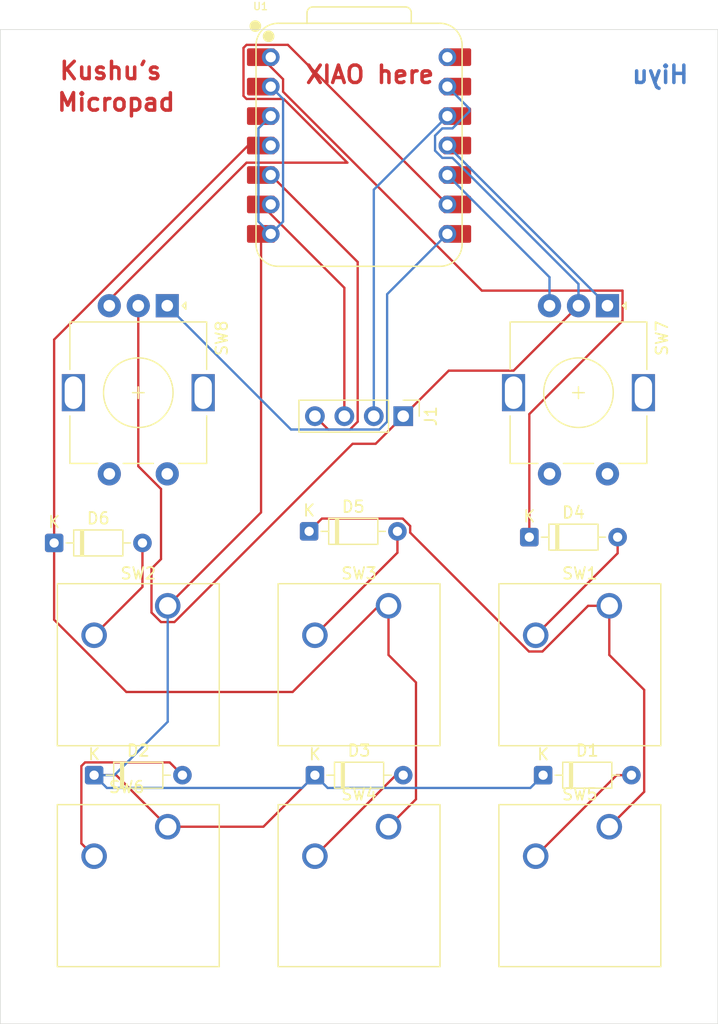
<source format=kicad_pcb>
(kicad_pcb (version 20241229) (generator "pcbnew") (generator_version "9.0")
  (layers (0 "F.Cu" signal) (2 "B.Cu" signal) (13 "F.Paste" user) (15 "B.Paste" user) (5 "F.SilkS" user "F.Silkscreen") (7 "B.SilkS" user "B.Silkscreen") (1 "F.Mask" user) (3 "B.Mask" user) (25 "Edge.Cuts" user))
  (net 0 "")
  (net 1 "Net-(D1-K)")
  (net 2 "Net-(D1-A)")
  (net 3 "Net-(D2-A)")
  (net 4 "Net-(D3-A)")
  (net 5 "Net-(D4-K)")
  (net 6 "Net-(D4-A)")
  (net 7 "Net-(D5-A)")
  (net 8 "Net-(D5-K)")
  (net 9 "Net-(D6-K)")
  (net 10 "Net-(D6-A)")
  (net 12 "Net-(U1-GPIO4{slash}MISO)")
  (net 14 "Net-(U1-GPIO3{slash}MOSI)")
  (net 16 "Net-(U1-GPIO1{slash}RX)")
  (net 17 "Net-(U1-GPIO2{slash}SCK)")
  (net 20 "Net-(J1-Pin_2)")
  (net 21 "Net-(J1-Pin_3)")
  (net 22 "Net-(J1-Pin_1)")
  (net 23 "Net-(J1-Pin_4)")
  (footprint "Button_Switch_Keyboard:SW_Cherry_MX_1.00u_PCB" (layer "F.Cu") (at 152.55875 83.02625)
    (property "Reference" "SW1" (at -2.54 -2.794 0) (layer "F.SilkS"))
    (property "Value" "SW_Push")
    (fp_line (start -9.525 -1.905) (end 4.445 -1.905) (stroke (width 0.12)) (layer "F.SilkS"))
    (fp_line (start -9.525 12.065) (end -9.525 -1.905) (stroke (width 0.12)) (layer "F.SilkS"))
    (fp_line (start 4.445 -1.905) (end 4.445 12.065) (stroke (width 0.12)) (layer "F.SilkS"))
    (fp_line (start 4.445 12.065) (end -9.525 12.065) (stroke (width 0.12)) (layer "F.SilkS"))
    (pad "" np_thru_hole circle (at -7.62 5.08) (size 1.7 1.7) (drill 1.7) (layers "*.Cu" "*.Mask"))
    (pad "" np_thru_hole circle (at -2.54 5.08) (size 4 4) (drill 4) (layers "*.Cu" "*.Mask"))
    (pad "" np_thru_hole circle (at 2.54 5.08) (size 1.7 1.7) (drill 1.7) (layers "*.Cu" "*.Mask"))
    (pad "1" thru_hole circle (at 0 0) (size 2.2 2.2) (drill 1.5) (layers "*.Cu" "*.Mask") (net 8 "Net-(D5-K)"))
    (pad "2" thru_hole circle (at -6.35 2.54) (size 2.2 2.2) (drill 1.5) (layers "*.Cu" "*.Mask") (net 6 "Net-(D4-A)"))
  )
  (footprint "Diode_THT:D_DO-35_SOD27_P7.62mm_Horizontal" (layer "F.Cu") (at 146.84875 97.63125)
    (property "Reference" "D1" (at 3.81 -2.12 0) (layer "F.SilkS"))
    (property "Value" "D_Small")
    (fp_line (start 1.04 0) (end 1.69 0) (stroke (width 0.12)) (layer "F.SilkS"))
    (fp_line (start 2.29 -1.12) (end 2.29 1.12) (stroke (width 0.12)) (layer "F.SilkS"))
    (fp_line (start 2.41 -1.12) (end 2.41 1.12) (stroke (width 0.12)) (layer "F.SilkS"))
    (fp_line (start 2.53 -1.12) (end 2.53 1.12) (stroke (width 0.12)) (layer "F.SilkS"))
    (fp_line (start 6.58 0) (end 5.93 0) (stroke (width 0.12)) (layer "F.SilkS"))
    (fp_rect (start 1.69 -1.12) (end 5.93 1.12) (stroke (width 0.12)) (fill no) (layer "F.SilkS"))
    (fp_text user "K" (at 0 -1.8 0) (layer "F.SilkS"))
    (pad "1" thru_hole roundrect (at 0 0) (size 1.6 1.6) (drill 0.8) (layers "*.Cu" "*.Mask") (roundrect_rratio 0.15625) (net 1 "Net-(D1-K)"))
    (pad "2" thru_hole circle (at 7.62 0) (size 1.6 1.6) (drill 0.8) (layers "*.Cu" "*.Mask") (net 2 "Net-(D1-A)"))
  )
  (footprint "Rotary_Encoder:RotaryEncoder_Alps_EC11E-Switch_Vertical_H20mm" (layer "F.Cu") (at 152.4 57.15 -90)
    (property "Reference" "SW7" (at 2.8 -4.7 90) (layer "F.SilkS"))
    (property "Value" "RotaryEncoder_Switch")
    (fp_line (start 5.5 8.4) (end 1.4 8.4) (stroke (width 0.12)) (layer "F.SilkS"))
    (fp_line (start 13.6 8.4) (end 9.5 8.4) (stroke (width 0.12)) (layer "F.SilkS"))
    (fp_line (start 13.6 6) (end 13.6 8.4) (stroke (width 0.12)) (layer "F.SilkS"))
    (fp_line (start 7 2.5) (end 8 2.5) (stroke (width 0.12)) (layer "F.SilkS"))
    (fp_line (start 7.5 2) (end 7.5 3) (stroke (width 0.12)) (layer "F.SilkS"))
    (fp_line (start 13.6 1.2) (end 13.6 3.8) (stroke (width 0.12)) (layer "F.SilkS"))
    (fp_line (start 0 -1.3) (end -0.3 -1.6) (stroke (width 0.12)) (layer "F.SilkS"))
    (fp_line (start -0.3 -1.6) (end 0.3 -1.6) (stroke (width 0.12)) (layer "F.SilkS"))
    (fp_line (start 0.3 -1.6) (end 0 -1.3) (stroke (width 0.12)) (layer "F.SilkS"))
    (fp_line (start 1.4 -3.4) (end 1.4 8.4) (stroke (width 0.12)) (layer "F.SilkS"))
    (fp_line (start 5.5 -3.4) (end 1.4 -3.4) (stroke (width 0.12)) (layer "F.SilkS"))
    (fp_line (start 9.5 -3.4) (end 13.6 -3.4) (stroke (width 0.12)) (layer "F.SilkS"))
    (fp_line (start 13.6 -3.4) (end 13.6 -1) (stroke (width 0.12)) (layer "F.SilkS"))
    (fp_circle (center 7.5 2.5) (end 10.5 2.5) (stroke (width 0.12)) (fill no) (layer "F.SilkS"))
    (pad "A" thru_hole rect (at 0 0 270) (size 2 2) (drill 1) (layers "*.Cu" "*.Mask") (net 14 "Net-(U1-GPIO3{slash}MOSI)"))
    (pad "B" thru_hole circle (at 0 5 270) (size 2 2) (drill 1) (layers "*.Cu" "*.Mask") (net 12 "Net-(U1-GPIO4{slash}MISO)"))
    (pad "C" thru_hole circle (at 0 2.5 270) (size 2 2) (drill 1) (layers "*.Cu" "*.Mask") (net 22 "Net-(J1-Pin_1)"))
    (pad "MP" thru_hole rect (at 7.5 -3.1 270) (size 3.2 2) (drill oval 2.8 1.5) (layers "*.Cu" "*.Mask"))
    (pad "MP" thru_hole rect (at 7.5 8.1 270) (size 3.2 2) (drill oval 2.8 1.5) (layers "*.Cu" "*.Mask"))
    (pad "S1" thru_hole circle (at 14.5 5 270) (size 2 2) (drill 1) (layers "*.Cu" "*.Mask"))
    (pad "S2" thru_hole circle (at 14.5 0 270) (size 2 2) (drill 1) (layers "*.Cu" "*.Mask"))
  )
  (footprint "Button_Switch_Keyboard:SW_Cherry_MX_1.00u_PCB" (layer "F.Cu") (at 133.50875 102.07625)
    (property "Reference" "SW4" (at -2.54 -2.794 0) (layer "F.SilkS"))
    (property "Value" "SW_Push")
    (fp_line (start -9.525 -1.905) (end 4.445 -1.905) (stroke (width 0.12)) (layer "F.SilkS"))
    (fp_line (start -9.525 12.065) (end -9.525 -1.905) (stroke (width 0.12)) (layer "F.SilkS"))
    (fp_line (start 4.445 -1.905) (end 4.445 12.065) (stroke (width 0.12)) (layer "F.SilkS"))
    (fp_line (start 4.445 12.065) (end -9.525 12.065) (stroke (width 0.12)) (layer "F.SilkS"))
    (pad "" np_thru_hole circle (at -7.62 5.08) (size 1.7 1.7) (drill 1.7) (layers "*.Cu" "*.Mask"))
    (pad "" np_thru_hole circle (at -2.54 5.08) (size 4 4) (drill 4) (layers "*.Cu" "*.Mask"))
    (pad "" np_thru_hole circle (at 2.54 5.08) (size 1.7 1.7) (drill 1.7) (layers "*.Cu" "*.Mask"))
    (pad "1" thru_hole circle (at 0 0) (size 2.2 2.2) (drill 1.5) (layers "*.Cu" "*.Mask") (net 9 "Net-(D6-K)"))
    (pad "2" thru_hole circle (at -6.35 2.54) (size 2.2 2.2) (drill 1.5) (layers "*.Cu" "*.Mask") (net 4 "Net-(D3-A)"))
  )
  (footprint "Diode_THT:D_DO-35_SOD27_P7.62mm_Horizontal" (layer "F.Cu") (at 127.15875 97.63125)
    (property "Reference" "D3" (at 3.81 -2.12 0) (layer "F.SilkS"))
    (property "Value" "D_Small")
    (fp_line (start 1.04 0) (end 1.69 0) (stroke (width 0.12)) (layer "F.SilkS"))
    (fp_line (start 2.29 -1.12) (end 2.29 1.12) (stroke (width 0.12)) (layer "F.SilkS"))
    (fp_line (start 2.41 -1.12) (end 2.41 1.12) (stroke (width 0.12)) (layer "F.SilkS"))
    (fp_line (start 2.53 -1.12) (end 2.53 1.12) (stroke (width 0.12)) (layer "F.SilkS"))
    (fp_line (start 6.58 0) (end 5.93 0) (stroke (width 0.12)) (layer "F.SilkS"))
    (fp_rect (start 1.69 -1.12) (end 5.93 1.12) (stroke (width 0.12)) (fill no) (layer "F.SilkS"))
    (fp_text user "K" (at 0 -1.8 0) (layer "F.SilkS"))
    (pad "1" thru_hole roundrect (at 0 0) (size 1.6 1.6) (drill 0.8) (layers "*.Cu" "*.Mask") (roundrect_rratio 0.15625) (net 1 "Net-(D1-K)"))
    (pad "2" thru_hole circle (at 7.62 0) (size 1.6 1.6) (drill 0.8) (layers "*.Cu" "*.Mask") (net 4 "Net-(D3-A)"))
  )
  (footprint "Connector_PinHeader_2.54mm:PinHeader_1x04_P2.54mm_Vertical" (layer "F.Cu") (at 134.77875 66.675 -90)
    (property "Reference" "J1" (at 0 -2.38 90) (layer "F.SilkS"))
    (property "Value" "Conn_01x04")
    (fp_line (start -1.38 9) (end 1.38 9) (stroke (width 0.12)) (layer "F.SilkS"))
    (fp_line (start -1.38 1.27) (end -1.38 9) (stroke (width 0.12)) (layer "F.SilkS"))
    (fp_line (start -1.38 1.27) (end 1.38 1.27) (stroke (width 0.12)) (layer "F.SilkS"))
    (fp_line (start 1.38 1.27) (end 1.38 9) (stroke (width 0.12)) (layer "F.SilkS"))
    (fp_line (start -1.38 0) (end -1.38 -1.38) (stroke (width 0.12)) (layer "F.SilkS"))
    (fp_line (start -1.38 -1.38) (end 0 -1.38) (stroke (width 0.12)) (layer "F.SilkS"))
    (pad "1" thru_hole rect (at 0 0 270) (size 1.7 1.7) (drill 1) (layers "*.Cu" "*.Mask") (net 22 "Net-(J1-Pin_1)"))
    (pad "2" thru_hole circle (at 0 2.54 270) (size 1.7 1.7) (drill 1) (layers "*.Cu" "*.Mask") (net 20 "Net-(J1-Pin_2)"))
    (pad "3" thru_hole circle (at 0 5.08 270) (size 1.7 1.7) (drill 1) (layers "*.Cu" "*.Mask") (net 21 "Net-(J1-Pin_3)"))
    (pad "4" thru_hole circle (at 0 7.62 270) (size 1.7 1.7) (drill 1) (layers "*.Cu" "*.Mask") (net 23 "Net-(J1-Pin_4)"))
  )
  (footprint "Diode_THT:D_DO-35_SOD27_P7.62mm_Horizontal" (layer "F.Cu") (at 104.65875 77.60625)
    (property "Reference" "D6" (at 3.81 -2.12 0) (layer "F.SilkS"))
    (property "Value" "D_Small")
    (fp_line (start 1.04 0) (end 1.69 0) (stroke (width 0.12)) (layer "F.SilkS"))
    (fp_line (start 2.29 -1.12) (end 2.29 1.12) (stroke (width 0.12)) (layer "F.SilkS"))
    (fp_line (start 2.41 -1.12) (end 2.41 1.12) (stroke (width 0.12)) (layer "F.SilkS"))
    (fp_line (start 2.53 -1.12) (end 2.53 1.12) (stroke (width 0.12)) (layer "F.SilkS"))
    (fp_line (start 6.58 0) (end 5.93 0) (stroke (width 0.12)) (layer "F.SilkS"))
    (fp_rect (start 1.69 -1.12) (end 5.93 1.12) (stroke (width 0.12)) (fill no) (layer "F.SilkS"))
    (fp_text user "K" (at 0 -1.8 0) (layer "F.SilkS"))
    (pad "1" thru_hole roundrect (at 0 0) (size 1.6 1.6) (drill 0.8) (layers "*.Cu" "*.Mask") (roundrect_rratio 0.15625) (net 9 "Net-(D6-K)"))
    (pad "2" thru_hole circle (at 7.62 0) (size 1.6 1.6) (drill 0.8) (layers "*.Cu" "*.Mask") (net 10 "Net-(D6-A)"))
  )
  (footprint "Rotary_Encoder:RotaryEncoder_Alps_EC11E-Switch_Vertical_H20mm" (layer "F.Cu") (at 114.41875 57.15 -90)
    (property "Reference" "SW8" (at 2.8 -4.7 90) (layer "F.SilkS"))
    (property "Value" "RotaryEncoder_Switch")
    (fp_line (start 5.5 8.4) (end 1.4 8.4) (stroke (width 0.12)) (layer "F.SilkS"))
    (fp_line (start 13.6 8.4) (end 9.5 8.4) (stroke (width 0.12)) (layer "F.SilkS"))
    (fp_line (start 13.6 6) (end 13.6 8.4) (stroke (width 0.12)) (layer "F.SilkS"))
    (fp_line (start 7 2.5) (end 8 2.5) (stroke (width 0.12)) (layer "F.SilkS"))
    (fp_line (start 7.5 2) (end 7.5 3) (stroke (width 0.12)) (layer "F.SilkS"))
    (fp_line (start 13.6 1.2) (end 13.6 3.8) (stroke (width 0.12)) (layer "F.SilkS"))
    (fp_line (start 0 -1.3) (end -0.3 -1.6) (stroke (width 0.12)) (layer "F.SilkS"))
    (fp_line (start -0.3 -1.6) (end 0.3 -1.6) (stroke (width 0.12)) (layer "F.SilkS"))
    (fp_line (start 0.3 -1.6) (end 0 -1.3) (stroke (width 0.12)) (layer "F.SilkS"))
    (fp_line (start 1.4 -3.4) (end 1.4 8.4) (stroke (width 0.12)) (layer "F.SilkS"))
    (fp_line (start 5.5 -3.4) (end 1.4 -3.4) (stroke (width 0.12)) (layer "F.SilkS"))
    (fp_line (start 9.5 -3.4) (end 13.6 -3.4) (stroke (width 0.12)) (layer "F.SilkS"))
    (fp_line (start 13.6 -3.4) (end 13.6 -1) (stroke (width 0.12)) (layer "F.SilkS"))
    (fp_circle (center 7.5 2.5) (end 10.5 2.5) (stroke (width 0.12)) (fill no) (layer "F.SilkS"))
    (pad "A" thru_hole rect (at 0 0 270) (size 2 2) (drill 1) (layers "*.Cu" "*.Mask") (net 16 "Net-(U1-GPIO1{slash}RX)"))
    (pad "B" thru_hole circle (at 0 5 270) (size 2 2) (drill 1) (layers "*.Cu" "*.Mask") (net 17 "Net-(U1-GPIO2{slash}SCK)"))
    (pad "C" thru_hole circle (at 0 2.5 270) (size 2 2) (drill 1) (layers "*.Cu" "*.Mask") (net 22 "Net-(J1-Pin_1)"))
    (pad "MP" thru_hole rect (at 7.5 -3.1 270) (size 3.2 2) (drill oval 2.8 1.5) (layers "*.Cu" "*.Mask"))
    (pad "MP" thru_hole rect (at 7.5 8.1 270) (size 3.2 2) (drill oval 2.8 1.5) (layers "*.Cu" "*.Mask"))
    (pad "S1" thru_hole circle (at 14.5 5 270) (size 2 2) (drill 1) (layers "*.Cu" "*.Mask"))
    (pad "S2" thru_hole circle (at 14.5 0 270) (size 2 2) (drill 1) (layers "*.Cu" "*.Mask"))
  )
  (footprint "Diode_THT:D_DO-35_SOD27_P7.62mm_Horizontal" (layer "F.Cu") (at 108.10875 97.63125)
    (property "Reference" "D2" (at 3.81 -2.12 0) (layer "F.SilkS"))
    (property "Value" "D_Small")
    (fp_line (start 1.04 0) (end 1.69 0) (stroke (width 0.12)) (layer "F.SilkS"))
    (fp_line (start 2.29 -1.12) (end 2.29 1.12) (stroke (width 0.12)) (layer "F.SilkS"))
    (fp_line (start 2.41 -1.12) (end 2.41 1.12) (stroke (width 0.12)) (layer "F.SilkS"))
    (fp_line (start 2.53 -1.12) (end 2.53 1.12) (stroke (width 0.12)) (layer "F.SilkS"))
    (fp_line (start 6.58 0) (end 5.93 0) (stroke (width 0.12)) (layer "F.SilkS"))
    (fp_rect (start 1.69 -1.12) (end 5.93 1.12) (stroke (width 0.12)) (fill no) (layer "F.SilkS"))
    (fp_text user "K" (at 0 -1.8 0) (layer "F.SilkS"))
    (pad "1" thru_hole roundrect (at 0 0) (size 1.6 1.6) (drill 0.8) (layers "*.Cu" "*.Mask") (roundrect_rratio 0.15625) (net 1 "Net-(D1-K)"))
    (pad "2" thru_hole circle (at 7.62 0) (size 1.6 1.6) (drill 0.8) (layers "*.Cu" "*.Mask") (net 3 "Net-(D2-A)"))
  )
  (footprint "Diode_THT:D_DO-35_SOD27_P7.62mm_Horizontal" (layer "F.Cu") (at 126.65875 76.60625)
    (property "Reference" "D5" (at 3.81 -2.12 0) (layer "F.SilkS"))
    (property "Value" "D_Small")
    (fp_line (start 1.04 0) (end 1.69 0) (stroke (width 0.12)) (layer "F.SilkS"))
    (fp_line (start 2.29 -1.12) (end 2.29 1.12) (stroke (width 0.12)) (layer "F.SilkS"))
    (fp_line (start 2.41 -1.12) (end 2.41 1.12) (stroke (width 0.12)) (layer "F.SilkS"))
    (fp_line (start 2.53 -1.12) (end 2.53 1.12) (stroke (width 0.12)) (layer "F.SilkS"))
    (fp_line (start 6.58 0) (end 5.93 0) (stroke (width 0.12)) (layer "F.SilkS"))
    (fp_rect (start 1.69 -1.12) (end 5.93 1.12) (stroke (width 0.12)) (fill no) (layer "F.SilkS"))
    (fp_text user "K" (at 0 -1.8 0) (layer "F.SilkS"))
    (pad "1" thru_hole roundrect (at 0 0) (size 1.6 1.6) (drill 0.8) (layers "*.Cu" "*.Mask") (roundrect_rratio 0.15625) (net 8 "Net-(D5-K)"))
    (pad "2" thru_hole circle (at 7.62 0) (size 1.6 1.6) (drill 0.8) (layers "*.Cu" "*.Mask") (net 7 "Net-(D5-A)"))
  )
  (footprint "Seeed Studio XIAO Series Library:XIAO-RP2040-DIP" (layer "F.Cu") (at 130.96875 43.33875)
    (property "Reference" "U1" (at -8.5 -12 0) (layer "F.SilkS") (effects (font (size 0.635 0.635) (thickness 0.1016))))
    (property "Value" "XIAO-RP2040-DIP")
    (fp_line (start -8.89 8.509) (end -8.89 -8.636) (stroke (width 0.127)) (layer "F.SilkS"))
    (fp_line (start -6.985 10.414) (end 6.985 10.414) (stroke (width 0.127)) (layer "F.SilkS"))
    (fp_line (start -4.495 -10.541) (end -4.491272 -11.451272) (stroke (width 0.127)) (layer "F.SilkS"))
    (fp_line (start -3.991272 -11.951) (end 4.004 -11.951) (stroke (width 0.127)) (layer "F.SilkS"))
    (fp_line (start 4.504 -11.451) (end 4.504 -10.541) (stroke (width 0.127)) (layer "F.SilkS"))
    (fp_line (start 6.985 -10.541) (end -6.985 -10.541) (stroke (width 0.1)) (layer "F.SilkS"))
    (fp_line (start 6.985 -10.541) (end -6.985 -10.541) (stroke (width 0.127)) (layer "F.SilkS"))
    (fp_line (start 8.89 8.509) (end 8.89 -8.636) (stroke (width 0.127)) (layer "F.SilkS"))
    (fp_arc (start -8.89 -8.636) (mid -8.332038 -9.983038) (end -6.985 -10.541) (stroke (width 0.127)) (layer "F.SilkS"))
    (fp_arc (start -6.985 10.414) (mid -8.332038 9.856038) (end -8.89 8.509) (stroke (width 0.127)) (layer "F.SilkS"))
    (fp_arc (start -4.491272 -11.451272) (mid -4.344728 -11.80464) (end -3.991272 -11.951) (stroke (width 0.127)) (layer "F.SilkS"))
    (fp_arc (start 4.004 -11.951) (mid 4.357553 -11.804553) (end 4.504 -11.451) (stroke (width 0.127)) (layer "F.SilkS"))
    (fp_arc (start 6.985 -10.541) (mid 8.332038 -9.983038) (end 8.89 -8.636) (stroke (width 0.127)) (layer "F.SilkS"))
    (fp_arc (start 8.89 8.509) (mid 8.332038 9.856038) (end 6.985 10.414) (stroke (width 0.127)) (layer "F.SilkS"))
    (fp_circle (center -8.95 -10.3) (end -8.95 -10.554) (stroke (width 0.5)) (fill yes) (layer "F.SilkS"))
    (fp_circle (center -7.807 -9.42) (end -7.807 -9.674) (stroke (width 0.5)) (fill yes) (layer "F.SilkS"))
    (pad "1" smd roundrect (at -8.455 -7.62 180) (size 2.432 1.524) (layers "F.Cu" "F.Mask") (roundrect_rratio 0.1) (net 5 "Net-(D4-K)"))
    (pad "1" thru_hole circle (at -7.62 -7.62 180) (size 1.524 1.524) (drill 0.889) (layers "*.Cu" "*.Mask") (net 5 "Net-(D4-K)"))
    (pad "2" smd roundrect (at -8.455 -5.08 180) (size 2.432 1.524) (layers "F.Cu" "F.Mask") (roundrect_rratio 0.1) (net 1 "Net-(D1-K)"))
    (pad "2" thru_hole circle (at -7.62 -5.08 180) (size 1.524 1.524) (drill 0.889) (layers "*.Cu" "*.Mask") (net 1 "Net-(D1-K)"))
    (pad "3" smd roundrect (at -8.455 -2.54 180) (size 2.432 1.524) (layers "F.Cu" "F.Mask") (roundrect_rratio 0.1) (net 1 "Net-(D1-K)"))
    (pad "3" thru_hole circle (at -7.62 -2.54 180) (size 1.524 1.524) (drill 0.889) (layers "*.Cu" "*.Mask") (net 1 "Net-(D1-K)"))
    (pad "4" smd roundrect (at -8.455 0 180) (size 2.432 1.524) (layers "F.Cu" "F.Mask") (roundrect_rratio 0.1) (net 9 "Net-(D6-K)"))
    (pad "4" thru_hole circle (at -7.62 0 180) (size 1.524 1.524) (drill 0.889) (layers "*.Cu" "*.Mask") (net 9 "Net-(D6-K)"))
    (pad "5" smd roundrect (at -8.455 2.54 180) (size 2.432 1.524) (layers "F.Cu" "F.Mask") (roundrect_rratio 0.1) (net 23 "Net-(J1-Pin_4)"))
    (pad "5" thru_hole circle (at -7.62 2.54 180) (size 1.524 1.524) (drill 0.889) (layers "*.Cu" "*.Mask") (net 23 "Net-(J1-Pin_4)"))
    (pad "6" smd roundrect (at -8.455 5.08 180) (size 2.432 1.524) (layers "F.Cu" "F.Mask") (roundrect_rratio 0.1) (net 21 "Net-(J1-Pin_3)"))
    (pad "6" thru_hole circle (at -7.62 5.08 180) (size 1.524 1.524) (drill 0.889) (layers "*.Cu" "*.Mask") (net 21 "Net-(J1-Pin_3)"))
    (pad "7" smd roundrect (at -8.455 7.62 180) (size 2.432 1.524) (layers "F.Cu" "F.Mask") (roundrect_rratio 0.1) (net 1 "Net-(D1-K)"))
    (pad "7" thru_hole circle (at -7.62 7.62 180) (size 1.524 1.524) (drill 0.889) (layers "*.Cu" "*.Mask") (net 1 "Net-(D1-K)"))
    (pad "8" thru_hole circle (at 7.62 7.62) (size 1.524 1.524) (drill 0.889) (layers "*.Cu" "*.Mask") (net 16 "Net-(U1-GPIO1{slash}RX)"))
    (pad "8" smd roundrect (at 8.455 7.62) (size 2.432 1.524) (layers "F.Cu" "F.Mask") (roundrect_rratio 0.1) (net 16 "Net-(U1-GPIO1{slash}RX)"))
    (pad "9" thru_hole circle (at 7.62 5.08) (size 1.524 1.524) (drill 0.889) (layers "*.Cu" "*.Mask") (net 17 "Net-(U1-GPIO2{slash}SCK)"))
    (pad "9" smd roundrect (at 8.455 5.08) (size 2.432 1.524) (layers "F.Cu" "F.Mask") (roundrect_rratio 0.1) (net 17 "Net-(U1-GPIO2{slash}SCK)"))
    (pad "10" thru_hole circle (at 7.62 2.54) (size 1.524 1.524) (drill 0.889) (layers "*.Cu" "*.Mask") (net 12 "Net-(U1-GPIO4{slash}MISO)"))
    (pad "10" smd roundrect (at 8.455 2.54) (size 2.432 1.524) (layers "F.Cu" "F.Mask") (roundrect_rratio 0.1) (net 12 "Net-(U1-GPIO4{slash}MISO)"))
    (pad "11" thru_hole circle (at 7.62 0) (size 1.524 1.524) (drill 0.889) (layers "*.Cu" "*.Mask") (net 14 "Net-(U1-GPIO3{slash}MOSI)"))
    (pad "11" smd roundrect (at 8.455 0) (size 2.432 1.524) (layers "F.Cu" "F.Mask") (roundrect_rratio 0.1) (net 14 "Net-(U1-GPIO3{slash}MOSI)"))
    (pad "12" thru_hole circle (at 7.62 -2.54) (size 1.524 1.524) (drill 0.889) (layers "*.Cu" "*.Mask") (net 20 "Net-(J1-Pin_2)"))
    (pad "12" smd roundrect (at 8.455 -2.54) (size 2.432 1.524) (layers "F.Cu" "F.Mask") (roundrect_rratio 0.1) (net 20 "Net-(J1-Pin_2)"))
    (pad "13" thru_hole circle (at 7.62 -5.08) (size 1.524 1.524) (drill 0.889) (layers "*.Cu" "*.Mask") (net 22 "Net-(J1-Pin_1)"))
    (pad "13" smd roundrect (at 8.455 -5.08) (size 2.432 1.524) (layers "F.Cu" "F.Mask") (roundrect_rratio 0.1) (net 22 "Net-(J1-Pin_1)"))
    (pad "14" thru_hole circle (at 7.62 -7.62) (size 1.524 1.524) (drill 0.889) (layers "*.Cu" "*.Mask"))
    (pad "14" smd roundrect (at 8.455 -7.62) (size 2.432 1.524) (layers "F.Cu" "F.Mask") (roundrect_rratio 0.1))
  )
  (footprint "Button_Switch_Keyboard:SW_Cherry_MX_1.00u_PCB" (layer "F.Cu") (at 114.45875 102.07625)
    (property "Reference" "SW6" (at -3.54 -3.42 0) (layer "F.SilkS"))
    (property "Value" "SW_Push")
    (fp_line (start -9.525 -1.905) (end 4.445 -1.905) (stroke (width 0.12)) (layer "F.SilkS"))
    (fp_line (start -9.525 12.065) (end -9.525 -1.905) (stroke (width 0.12)) (layer "F.SilkS"))
    (fp_line (start 4.445 -1.905) (end 4.445 12.065) (stroke (width 0.12)) (layer "F.SilkS"))
    (fp_line (start 4.445 12.065) (end -9.525 12.065) (stroke (width 0.12)) (layer "F.SilkS"))
    (pad "" np_thru_hole circle (at -7.62 5.08) (size 1.7 1.7) (drill 1.7) (layers "*.Cu" "*.Mask"))
    (pad "" np_thru_hole circle (at -2.54 5.08) (size 4 4) (drill 4) (layers "*.Cu" "*.Mask"))
    (pad "" np_thru_hole circle (at 2.54 5.08) (size 1.7 1.7) (drill 1.7) (layers "*.Cu" "*.Mask"))
    (pad "1" thru_hole circle (at 0 0) (size 2.2 2.2) (drill 1.5) (layers "*.Cu" "*.Mask") (net 1 "Net-(D1-K)"))
    (pad "2" thru_hole circle (at -6.35 2.54) (size 2.2 2.2) (drill 1.5) (layers "*.Cu" "*.Mask") (net 3 "Net-(D2-A)"))
  )
  (footprint "Button_Switch_Keyboard:SW_Cherry_MX_1.00u_PCB" (layer "F.Cu") (at 152.55875 102.07625)
    (property "Reference" "SW5" (at -2.54 -2.794 0) (layer "F.SilkS"))
    (property "Value" "SW_Push")
    (fp_line (start -9.525 -1.905) (end 4.445 -1.905) (stroke (width 0.12)) (layer "F.SilkS"))
    (fp_line (start -9.525 12.065) (end -9.525 -1.905) (stroke (width 0.12)) (layer "F.SilkS"))
    (fp_line (start 4.445 -1.905) (end 4.445 12.065) (stroke (width 0.12)) (layer "F.SilkS"))
    (fp_line (start 4.445 12.065) (end -9.525 12.065) (stroke (width 0.12)) (layer "F.SilkS"))
    (pad "" np_thru_hole circle (at -7.62 5.08) (size 1.7 1.7) (drill 1.7) (layers "*.Cu" "*.Mask"))
    (pad "" np_thru_hole circle (at -2.54 5.08) (size 4 4) (drill 4) (layers "*.Cu" "*.Mask"))
    (pad "" np_thru_hole circle (at 2.54 5.08) (size 1.7 1.7) (drill 1.7) (layers "*.Cu" "*.Mask"))
    (pad "1" thru_hole circle (at 0 0) (size 2.2 2.2) (drill 1.5) (layers "*.Cu" "*.Mask") (net 8 "Net-(D5-K)"))
    (pad "2" thru_hole circle (at -6.35 2.54) (size 2.2 2.2) (drill 1.5) (layers "*.Cu" "*.Mask") (net 2 "Net-(D1-A)"))
  )
  (footprint "Diode_THT:D_DO-35_SOD27_P7.62mm_Horizontal" (layer "F.Cu") (at 145.65875 77.10625)
    (property "Reference" "D4" (at 3.81 -2.12 0) (layer "F.SilkS"))
    (property "Value" "D_Small")
    (fp_line (start 1.04 0) (end 1.69 0) (stroke (width 0.12)) (layer "F.SilkS"))
    (fp_line (start 2.29 -1.12) (end 2.29 1.12) (stroke (width 0.12)) (layer "F.SilkS"))
    (fp_line (start 2.41 -1.12) (end 2.41 1.12) (stroke (width 0.12)) (layer "F.SilkS"))
    (fp_line (start 2.53 -1.12) (end 2.53 1.12) (stroke (width 0.12)) (layer "F.SilkS"))
    (fp_line (start 6.58 0) (end 5.93 0) (stroke (width 0.12)) (layer "F.SilkS"))
    (fp_rect (start 1.69 -1.12) (end 5.93 1.12) (stroke (width 0.12)) (fill no) (layer "F.SilkS"))
    (fp_text user "K" (at 0 -1.8 0) (layer "F.SilkS"))
    (pad "1" thru_hole roundrect (at 0 0) (size 1.6 1.6) (drill 0.8) (layers "*.Cu" "*.Mask") (roundrect_rratio 0.15625) (net 5 "Net-(D4-K)"))
    (pad "2" thru_hole circle (at 7.62 0) (size 1.6 1.6) (drill 0.8) (layers "*.Cu" "*.Mask") (net 6 "Net-(D4-A)"))
  )
  (footprint "Button_Switch_Keyboard:SW_Cherry_MX_1.00u_PCB" (layer "F.Cu") (at 114.45875 83.02625)
    (property "Reference" "SW2" (at -2.54 -2.794 0) (layer "F.SilkS"))
    (property "Value" "SW_Push")
    (fp_line (start -9.525 -1.905) (end 4.445 -1.905) (stroke (width 0.12)) (layer "F.SilkS"))
    (fp_line (start -9.525 12.065) (end -9.525 -1.905) (stroke (width 0.12)) (layer "F.SilkS"))
    (fp_line (start 4.445 -1.905) (end 4.445 12.065) (stroke (width 0.12)) (layer "F.SilkS"))
    (fp_line (start 4.445 12.065) (end -9.525 12.065) (stroke (width 0.12)) (layer "F.SilkS"))
    (pad "" np_thru_hole circle (at -7.62 5.08) (size 1.7 1.7) (drill 1.7) (layers "*.Cu" "*.Mask"))
    (pad "" np_thru_hole circle (at -2.54 5.08) (size 4 4) (drill 4) (layers "*.Cu" "*.Mask"))
    (pad "" np_thru_hole circle (at 2.54 5.08) (size 1.7 1.7) (drill 1.7) (layers "*.Cu" "*.Mask"))
    (pad "1" thru_hole circle (at 0 0) (size 2.2 2.2) (drill 1.5) (layers "*.Cu" "*.Mask") (net 1 "Net-(D1-K)"))
    (pad "2" thru_hole circle (at -6.35 2.54) (size 2.2 2.2) (drill 1.5) (layers "*.Cu" "*.Mask") (net 10 "Net-(D6-A)"))
  )
  (footprint "Button_Switch_Keyboard:SW_Cherry_MX_1.00u_PCB" (layer "F.Cu") (at 133.50875 83.02625)
    (property "Reference" "SW3" (at -2.54 -2.794 0) (layer "F.SilkS"))
    (property "Value" "SW_Push")
    (fp_line (start -9.525 -1.905) (end 4.445 -1.905) (stroke (width 0.12)) (layer "F.SilkS"))
    (fp_line (start -9.525 12.065) (end -9.525 -1.905) (stroke (width 0.12)) (layer "F.SilkS"))
    (fp_line (start 4.445 -1.905) (end 4.445 12.065) (stroke (width 0.12)) (layer "F.SilkS"))
    (fp_line (start 4.445 12.065) (end -9.525 12.065) (stroke (width 0.12)) (layer "F.SilkS"))
    (pad "" np_thru_hole circle (at -7.62 5.08) (size 1.7 1.7) (drill 1.7) (layers "*.Cu" "*.Mask"))
    (pad "" np_thru_hole circle (at -2.54 5.08) (size 4 4) (drill 4) (layers "*.Cu" "*.Mask"))
    (pad "" np_thru_hole circle (at 2.54 5.08) (size 1.7 1.7) (drill 1.7) (layers "*.Cu" "*.Mask"))
    (pad "1" thru_hole circle (at 0 0) (size 2.2 2.2) (drill 1.5) (layers "*.Cu" "*.Mask") (net 9 "Net-(D6-K)"))
    (pad "2" thru_hole circle (at -6.35 2.54) (size 2.2 2.2) (drill 1.5) (layers "*.Cu" "*.Mask") (net 7 "Net-(D5-A)"))
  )
  (gr_rect (start 100.0125 33.3375) (end 161.925 119.0625) (stroke (width 0.05)) (fill no) (layer "Edge.Cuts"))
  (gr_text "Micropad\n" (at 104.775 40.48125 0) (layer "F.Cu") (effects (font (size 1.5 1.5) (thickness 0.3) (bold yes)) (justify left bottom)))
  (gr_text "Kushu's\n\n" (at 109.5375 38.1 0) (layer "F.Cu") (effects (font (size 1.5 1.5) (thickness 0.3) (bold yes))))
  (gr_text "XIAO here\n" (at 126.20625 38.1 0) (layer "F.Cu") (effects (font (size 1.5 1.5) (thickness 0.3) (bold yes)) (justify left bottom)))
  (gr_text "Hiyu\n" (at 159.54375 38.1 0) (layer "B.Cu") (effects (font (size 1.5 1.5) (thickness 0.3) (bold yes)) (justify left bottom mirror)))
  (segment (start 108.10875 97.63125) (end 110.01375 97.63125) (width 0.2) (layer "F.Cu") (net 1))
  (segment (start 122.51375 50.95875) (end 122.51375 74.97125) (width 0.2) (layer "F.Cu") (net 1))
  (segment (start 122.71375 102.07625) (end 127.15875 97.63125) (width 0.2) (layer "F.Cu") (net 1))
  (segment (start 122.51375 74.97125) (end 114.45875 83.02625) (width 0.2) (layer "F.Cu") (net 1))
  (segment (start 110.01375 97.63125) (end 114.45875 102.07625) (width 0.2) (layer "F.Cu") (net 1))
  (segment (start 114.45875 102.07625) (end 122.71375 102.07625) (width 0.2) (layer "F.Cu") (net 1))
  (segment (start 123.34875 40.79875) (end 122.51375 40.79875) (width 0.2) (layer "F.Cu") (net 1))
  (segment (start 122.28575 41.86175) (end 123.34875 40.79875) (width 0.2) (layer "B.Cu") (net 1))
  (segment (start 126.05775 98.73225) (end 127.15875 97.63125) (width 0.2) (layer "B.Cu") (net 1))
  (segment (start 124.41175 39.32175) (end 124.41175 49.89575) (width 0.2) (layer "B.Cu") (net 1))
  (segment (start 122.28575 49.89575) (end 122.28575 41.86175) (width 0.2) (layer "B.Cu") (net 1))
  (segment (start 114.45875 93.0275) (end 109.855 97.63125) (width 0.2) (layer "B.Cu") (net 1))
  (segment (start 109.20975 98.73225) (end 126.05775 98.73225) (width 0.2) (layer "B.Cu") (net 1))
  (segment (start 124.41175 49.89575) (end 123.34875 50.95875) (width 0.2) (layer "B.Cu") (net 1))
  (segment (start 109.855 97.63125) (end 108.10875 97.63125) (width 0.2) (layer "B.Cu") (net 1))
  (segment (start 127.15875 97.63125) (end 128.25975 98.73225) (width 0.2) (layer "B.Cu") (net 1))
  (segment (start 108.10875 97.63125) (end 109.20975 98.73225) (width 0.2) (layer "B.Cu") (net 1))
  (segment (start 145.74775 98.73225) (end 146.84875 97.63125) (width 0.2) (layer "B.Cu") (net 1))
  (segment (start 114.45875 83.02625) (end 114.45875 93.0275) (width 0.2) (layer "B.Cu") (net 1))
  (segment (start 123.34875 38.25875) (end 124.41175 39.32175) (width 0.2) (layer "B.Cu") (net 1))
  (segment (start 128.25975 98.73225) (end 145.74775 98.73225) (width 0.2) (layer "B.Cu") (net 1))
  (segment (start 123.34875 50.95875) (end 122.28575 49.89575) (width 0.2) (layer "B.Cu") (net 1))
  (segment (start 146.20875 104.61625) (end 153.19375 97.63125) (width 0.2) (layer "F.Cu") (net 2))
  (segment (start 153.19375 97.63125) (end 154.46875 97.63125) (width 0.2) (layer "F.Cu") (net 2))
  (segment (start 107.32359 96.53025) (end 114.62775 96.53025) (width 0.2) (layer "F.Cu") (net 3))
  (segment (start 114.62775 96.53025) (end 115.72875 97.63125) (width 0.2) (layer "F.Cu") (net 3))
  (segment (start 107.00775 96.84609) (end 107.32359 96.53025) (width 0.2) (layer "F.Cu") (net 3))
  (segment (start 108.10875 104.61625) (end 107.00775 103.51525) (width 0.2) (layer "F.Cu") (net 3))
  (segment (start 107.00775 103.51525) (end 107.00775 96.84609) (width 0.2) (layer "F.Cu") (net 3))
  (segment (start 134.14375 97.63125) (end 134.77875 97.63125) (width 0.2) (layer "F.Cu") (net 4))
  (segment (start 127.15875 104.61625) (end 134.14375 97.63125) (width 0.2) (layer "F.Cu") (net 4))
  (segment (start 153.701 55.849) (end 141.56169 55.849) (width 0.2) (layer "F.Cu") (net 5))
  (segment (start 145.65875 77.10625) (end 145.65875 66.49325) (width 0.2) (layer "F.Cu") (net 5))
  (segment (start 145.65875 66.49325) (end 153.701 58.451) (width 0.2) (layer "F.Cu") (net 5))
  (segment (start 124.41175 38.69906) (end 124.41175 37.61675) (width 0.2) (layer "F.Cu") (net 5))
  (segment (start 153.701 58.451) (end 153.701 55.849) (width 0.2) (layer "F.Cu") (net 5))
  (segment (start 124.41175 37.61675) (end 122.51375 35.71875) (width 0.2) (layer "F.Cu") (net 5))
  (segment (start 141.56169 55.849) (end 124.41175 38.69906) (width 0.2) (layer "F.Cu") (net 5))
  (segment (start 153.27875 77.10625) (end 153.27875 78.49625) (width 0.2) (layer "F.Cu") (net 6))
  (segment (start 153.27875 78.49625) (end 146.20875 85.56625) (width 0.2) (layer "F.Cu") (net 6))
  (segment (start 134.27875 78.44625) (end 127.15875 85.56625) (width 0.2) (layer "F.Cu") (net 7))
  (segment (start 134.27875 76.60625) (end 134.27875 78.44625) (width 0.2) (layer "F.Cu") (net 7))
  (segment (start 127.75975 75.50525) (end 126.65875 76.60625) (width 0.2) (layer "F.Cu") (net 8))
  (segment (start 134.7348 75.50525) (end 127.75975 75.50525) (width 0.2) (layer "F.Cu") (net 8))
  (segment (start 146.789064 86.96725) (end 145.628436 86.96725) (width 0.2) (layer "F.Cu") (net 8))
  (segment (start 155.56975 90.27572) (end 152.55875 87.26472) (width 0.2) (layer "F.Cu") (net 8))
  (segment (start 135.37975 76.718564) (end 135.37975 76.1502) (width 0.2) (layer "F.Cu") (net 8))
  (segment (start 152.55875 83.02625) (end 150.730064 83.02625) (width 0.2) (layer "F.Cu") (net 8))
  (segment (start 155.56975 99.06525) (end 155.56975 90.27572) (width 0.2) (layer "F.Cu") (net 8))
  (segment (start 152.55875 102.07625) (end 155.56975 99.06525) (width 0.2) (layer "F.Cu") (net 8))
  (segment (start 150.730064 83.02625) (end 146.789064 86.96725) (width 0.2) (layer "F.Cu") (net 8))
  (segment (start 145.628436 86.96725) (end 135.37975 76.718564) (width 0.2) (layer "F.Cu") (net 8))
  (segment (start 152.55875 87.26472) (end 152.55875 83.02625) (width 0.2) (layer "F.Cu") (net 8))
  (segment (start 135.37975 76.1502) (end 134.7348 75.50525) (width 0.2) (layer "F.Cu") (net 8))
  (segment (start 133.50875 87.26472) (end 133.50875 83.02625) (width 0.2) (layer "F.Cu") (net 9))
  (segment (start 110.88822 90.45725) (end 104.65875 84.22778) (width 0.2) (layer "F.Cu") (net 9))
  (segment (start 104.65875 60.070108) (end 121.390108 43.33875) (width 0.2) (layer "F.Cu") (net 9))
  (segment (start 133.50875 102.07625) (end 135.87975 99.70525) (width 0.2) (layer "F.Cu") (net 9))
  (segment (start 135.87975 89.63572) (end 133.50875 87.26472) (width 0.2) (layer "F.Cu") (net 9))
  (segment (start 121.390108 43.33875) (end 122.51375 43.33875) (width 0.2) (layer "F.Cu") (net 9))
  (segment (start 132.66722 83.02625) (end 125.23622 90.45725) (width 0.2) (layer "F.Cu") (net 9))
  (segment (start 104.65875 84.22778) (end 104.65875 77.60625) (width 0.2) (layer "F.Cu") (net 9))
  (segment (start 133.50875 83.02625) (end 132.66722 83.02625) (width 0.2) (layer "F.Cu") (net 9))
  (segment (start 135.87975 99.70525) (end 135.87975 89.63572) (width 0.2) (layer "F.Cu") (net 9))
  (segment (start 104.65875 77.60625) (end 104.65875 60.070108) (width 0.2) (layer "F.Cu") (net 9))
  (segment (start 125.23622 90.45725) (end 110.88822 90.45725) (width 0.2) (layer "F.Cu") (net 9))
  (segment (start 112.27875 81.39625) (end 108.10875 85.56625) (width 0.2) (layer "F.Cu") (net 10))
  (segment (start 112.27875 77.60625) (end 112.27875 81.39625) (width 0.2) (layer "F.Cu") (net 10))
  (segment (start 147.4 54.69) (end 138.58875 45.87875) (width 0.2) (layer "B.Cu") (net 12))
  (segment (start 147.4 57.15) (end 147.4 54.69) (width 0.2) (layer "B.Cu") (net 12))
  (segment (start 152.4 57.15) (end 138.58875 43.33875) (width 0.2) (layer "B.Cu") (net 14))
  (segment (start 125.09475 67.826) (end 132.71551 67.826) (width 0.2) (layer "B.Cu") (net 16))
  (segment (start 132.71551 67.826) (end 133.38975 67.15176) (width 0.2) (layer "B.Cu") (net 16))
  (segment (start 133.38975 67.15176) (end 133.38975 56.15775) (width 0.2) (layer "B.Cu") (net 16))
  (segment (start 114.41875 57.15) (end 125.09475 67.826) (width 0.2) (layer "B.Cu") (net 16))
  (segment (start 133.38975 56.15775) (end 138.58875 50.95875) (width 0.2) (layer "B.Cu") (net 16))
  (segment (start 120.99675 39.060376) (end 120.99675 34.917124) (width 0.2) (layer "F.Cu") (net 17))
  (segment (start 120.99675 34.917124) (end 121.258124 34.65575) (width 0.2) (layer "F.Cu") (net 17))
  (segment (start 109.41875 56.655124) (end 121.258124 44.81575) (width 0.2) (layer "F.Cu") (net 17))
  (segment (start 121.258124 39.32175) (end 120.99675 39.060376) (width 0.2) (layer "F.Cu") (net 17))
  (segment (start 121.258124 34.65575) (end 124.82575 34.65575) (width 0.2) (layer "F.Cu") (net 17))
  (segment (start 124.46734 39.32175) (end 121.258124 39.32175) (width 0.2) (layer "F.Cu") (net 17))
  (segment (start 121.258124 44.81575) (end 129.96134 44.81575) (width 0.2) (layer "F.Cu") (net 17))
  (segment (start 129.96134 44.81575) (end 124.46734 39.32175) (width 0.2) (layer "F.Cu") (net 17))
  (segment (start 124.82575 34.65575) (end 138.58875 48.41875) (width 0.2) (layer "F.Cu") (net 17))
  (segment (start 109.41875 57.15) (end 109.41875 56.655124) (width 0.2) (layer "F.Cu") (net 17))
  (segment (start 132.23875 66.675) (end 132.23875 47.14875) (width 0.2) (layer "B.Cu") (net 20))
  (segment (start 132.23875 47.14875) (end 138.58875 40.79875) (width 0.2) (layer "B.Cu") (net 20))
  (segment (start 129.69875 66.675) (end 129.69875 55.60375) (width 0.2) (layer "F.Cu") (net 21))
  (segment (start 129.69875 55.60375) (end 122.51375 48.41875) (width 0.2) (layer "F.Cu") (net 21))
  (segment (start 134.77875 66.675) (end 132.3975 69.05625) (width 0.2) (layer "F.Cu") (net 22))
  (segment (start 113.05775 79.8235) (end 113.879858 79.001392) (width 0.2) (layer "F.Cu") (net 22))
  (segment (start 138.70475 62.749) (end 144.301 62.749) (width 0.2) (layer "F.Cu") (net 22))
  (segment (start 132.3975 69.05625) (end 130.410064 69.05625) (width 0.2) (layer "F.Cu") (net 22))
  (segment (start 111.91875 70.989892) (end 111.91875 57.15) (width 0.2) (layer "F.Cu") (net 22))
  (segment (start 144.301 62.749) (end 149.9 57.15) (width 0.2) (layer "F.Cu") (net 22))
  (segment (start 113.879858 72.951) (end 111.91875 70.989892) (width 0.2) (layer "F.Cu") (net 22))
  (segment (start 113.879858 79.001392) (end 113.879858 72.951) (width 0.2) (layer "F.Cu") (net 22))
  (segment (start 115.039064 84.42725) (end 113.878436 84.42725) (width 0.2) (layer "F.Cu") (net 22))
  (segment (start 113.878436 84.42725) (end 113.05775 83.606564) (width 0.2) (layer "F.Cu") (net 22))
  (segment (start 113.05775 83.606564) (end 113.05775 79.8235) (width 0.2) (layer "F.Cu") (net 22))
  (segment (start 134.77875 66.675) (end 138.70475 62.749) (width 0.2) (layer "F.Cu") (net 22))
  (segment (start 130.410064 69.05625) (end 115.039064 84.42725) (width 0.2) (layer "F.Cu") (net 22))
  (segment (start 149.9 57.15) (end 149.9 55.27269) (width 0.2) (layer "B.Cu") (net 22))
  (segment (start 138.14844 41.86175) (end 139.02906 41.86175) (width 0.2) (layer "B.Cu") (net 22))
  (segment (start 137.52575 42.48444) (end 138.14844 41.86175) (width 0.2) (layer "B.Cu") (net 22))
  (segment (start 138.14844 44.40175) (end 137.52575 43.77906) (width 0.2) (layer "B.Cu") (net 22))
  (segment (start 140.49375 40.39706) (end 140.49375 40.16375) (width 0.2) (layer "B.Cu") (net 22))
  (segment (start 149.9 55.27269) (end 139.02906 44.40175) (width 0.2) (layer "B.Cu") (net 22))
  (segment (start 139.02906 41.86175) (end 140.49375 40.39706) (width 0.2) (layer "B.Cu") (net 22))
  (segment (start 137.52575 43.77906) (end 137.52575 42.48444) (width 0.2) (layer "B.Cu") (net 22))
  (segment (start 139.02906 44.40175) (end 138.14844 44.40175) (width 0.2) (layer "B.Cu") (net 22))
  (segment (start 140.49375 40.16375) (end 138.58875 38.25875) (width 0.2) (layer "B.Cu") (net 22))
  (segment (start 128.30975 67.826) (end 130.17551 67.826) (width 0.2) (layer "F.Cu") (net 23))
  (segment (start 130.84975 53.37975) (end 123.34875 45.87875) (width 0.2) (layer "F.Cu") (net 23))
  (segment (start 130.84975 67.15176) (end 130.84975 53.37975) (width 0.2) (layer "F.Cu") (net 23))
  (segment (start 130.17551 67.826) (end 130.84975 67.15176) (width 0.2) (layer "F.Cu") (net 23))
  (segment (start 127.15875 66.675) (end 128.30975 67.826) (width 0.2) (layer "F.Cu") (net 23))
)
</source>
